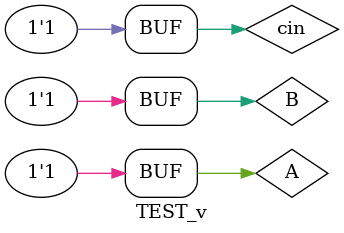
<source format=v>
`timescale 1ns / 1ps


module TEST_v;

	// Inputs
	reg A;
	reg B;
	reg cin;

	// Outputs
	wire sum;
	wire cout;

	// Instantiate the Unit Under Test (UUT)
	FULLADDER uut (
		.A(A), 
		.B(B), 
		.cin(cin), 
		.sum(sum), 
		.cout(cout)
	);

	initial begin
	{A,B,cin} = 3'b000;
	#10;
	 {A,B,cin} = 3'b001;
	#10;
	 {A,B,cin} = 3'b010;
	#10;
	 {A,B,cin} = 3'b011;
	#10;
	 {A,B,cin} = 3'b100;
	#10;
	 {A,B,cin} = 3'b101;
	#10;
	 {A,B,cin} = 3'b110;
	#10;
	 {A,B,cin} = 3'b111;
	#10;

	end
      
endmodule


</source>
